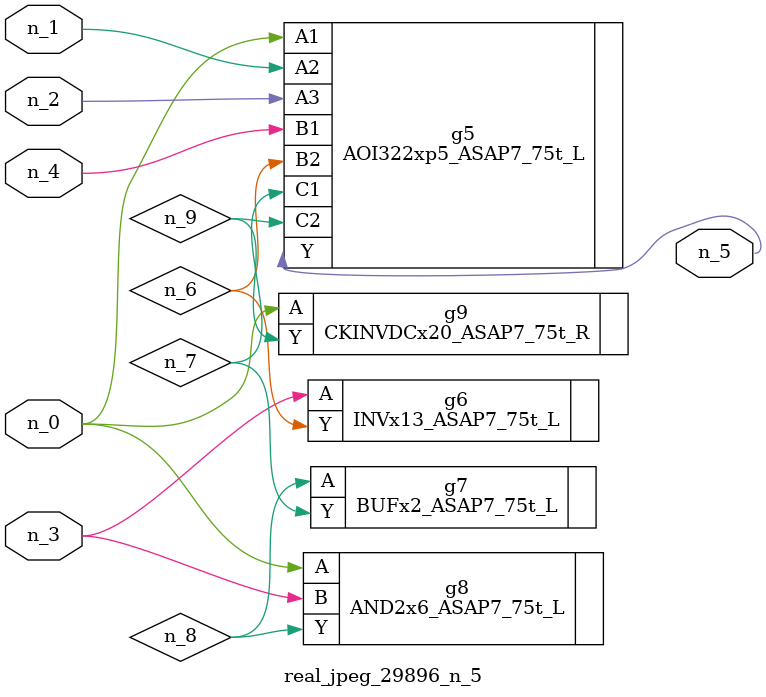
<source format=v>
module real_jpeg_29896_n_5 (n_4, n_0, n_1, n_2, n_3, n_5);

input n_4;
input n_0;
input n_1;
input n_2;
input n_3;

output n_5;

wire n_8;
wire n_6;
wire n_7;
wire n_9;

AOI322xp5_ASAP7_75t_L g5 ( 
.A1(n_0),
.A2(n_1),
.A3(n_2),
.B1(n_4),
.B2(n_6),
.C1(n_7),
.C2(n_9),
.Y(n_5)
);

AND2x6_ASAP7_75t_L g8 ( 
.A(n_0),
.B(n_3),
.Y(n_8)
);

CKINVDCx20_ASAP7_75t_R g9 ( 
.A(n_0),
.Y(n_9)
);

INVx13_ASAP7_75t_L g6 ( 
.A(n_3),
.Y(n_6)
);

BUFx2_ASAP7_75t_L g7 ( 
.A(n_8),
.Y(n_7)
);


endmodule
</source>
